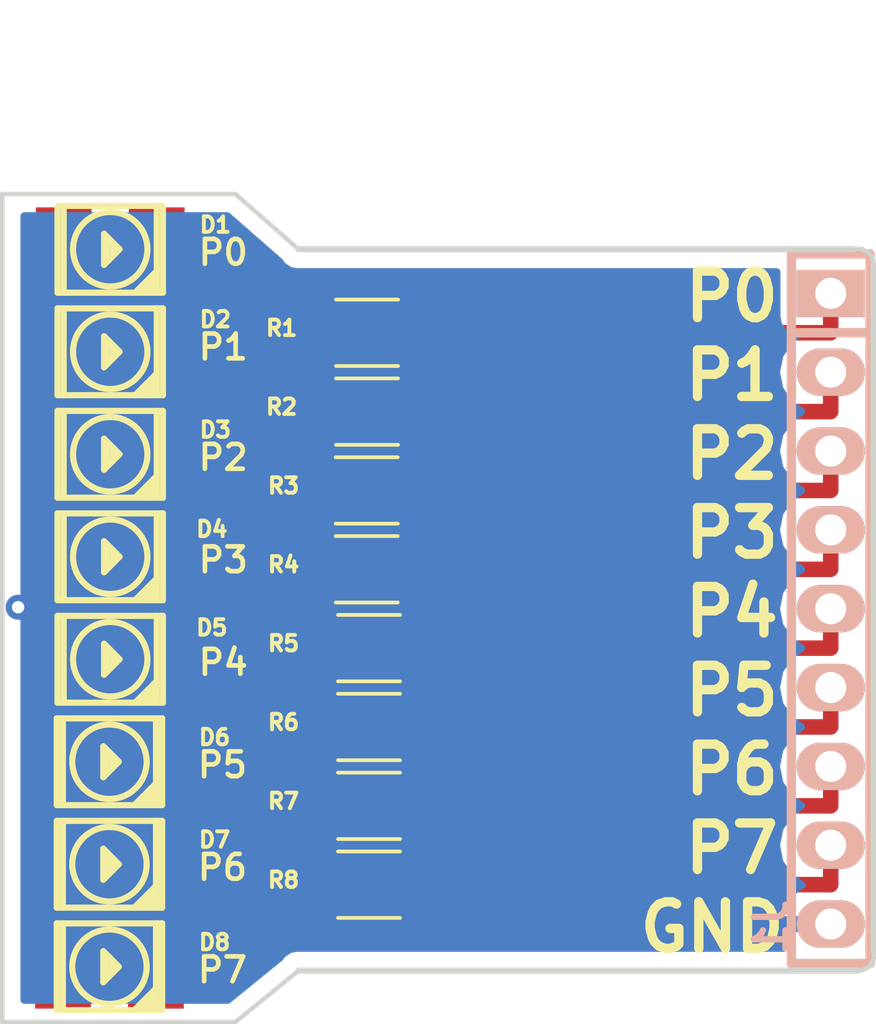
<source format=kicad_pcb>
(kicad_pcb (version 20171130) (host pcbnew "(5.0.1)-3")

  (general
    (thickness 1.6)
    (drawings 20)
    (tracks 63)
    (zones 0)
    (modules 17)
    (nets 18)
  )

  (page A4)
  (layers
    (0 F.Cu signal)
    (31 B.Cu signal)
    (32 B.Adhes user)
    (33 F.Adhes user)
    (34 B.Paste user)
    (35 F.Paste user)
    (36 B.SilkS user)
    (37 F.SilkS user)
    (38 B.Mask user)
    (39 F.Mask user)
    (40 Dwgs.User user)
    (41 Cmts.User user)
    (42 Eco1.User user)
    (43 Eco2.User user)
    (44 Edge.Cuts user)
    (45 Margin user)
    (46 B.CrtYd user)
    (47 F.CrtYd user)
    (48 B.Fab user)
    (49 F.Fab user)
  )

  (setup
    (last_trace_width 0.5)
    (trace_clearance 0.2)
    (zone_clearance 0.508)
    (zone_45_only no)
    (trace_min 0.2)
    (segment_width 0.2)
    (edge_width 0.15)
    (via_size 0.8)
    (via_drill 0.4)
    (via_min_size 0.4)
    (via_min_drill 0.3)
    (uvia_size 0.3)
    (uvia_drill 0.1)
    (uvias_allowed no)
    (uvia_min_size 0.2)
    (uvia_min_drill 0.1)
    (pcb_text_width 0.3)
    (pcb_text_size 1.5 1.5)
    (mod_edge_width 0.15)
    (mod_text_size 1 1)
    (mod_text_width 0.15)
    (pad_size 1.524 1.524)
    (pad_drill 0.762)
    (pad_to_mask_clearance 0.051)
    (solder_mask_min_width 0.25)
    (aux_axis_origin 0 0)
    (visible_elements 7FFFFFFF)
    (pcbplotparams
      (layerselection 0x010fc_ffffffff)
      (usegerberextensions false)
      (usegerberattributes false)
      (usegerberadvancedattributes false)
      (creategerberjobfile false)
      (excludeedgelayer true)
      (linewidth 0.100000)
      (plotframeref false)
      (viasonmask false)
      (mode 1)
      (useauxorigin false)
      (hpglpennumber 1)
      (hpglpenspeed 20)
      (hpglpendiameter 15.000000)
      (psnegative false)
      (psa4output false)
      (plotreference true)
      (plotvalue true)
      (plotinvisibletext false)
      (padsonsilk false)
      (subtractmaskfromsilk false)
      (outputformat 1)
      (mirror false)
      (drillshape 0)
      (scaleselection 1)
      (outputdirectory "gerber/"))
  )

  (net 0 "")
  (net 1 GND)
  (net 2 "Net-(D1-Pad2)")
  (net 3 "Net-(D2-Pad2)")
  (net 4 "Net-(D3-Pad2)")
  (net 5 "Net-(D4-Pad2)")
  (net 6 "Net-(D5-Pad2)")
  (net 7 "Net-(D6-Pad2)")
  (net 8 "Net-(D7-Pad2)")
  (net 9 "Net-(D8-Pad2)")
  (net 10 "Net-(J1-Pad1)")
  (net 11 "Net-(J1-Pad2)")
  (net 12 "Net-(J1-Pad3)")
  (net 13 "Net-(J1-Pad4)")
  (net 14 "Net-(J1-Pad5)")
  (net 15 "Net-(J1-Pad6)")
  (net 16 "Net-(J1-Pad7)")
  (net 17 "Net-(J1-Pad8)")

  (net_class Default "This is the default net class."
    (clearance 0.2)
    (trace_width 0.5)
    (via_dia 0.8)
    (via_drill 0.4)
    (uvia_dia 0.3)
    (uvia_drill 0.1)
    (add_net GND)
    (add_net "Net-(D1-Pad2)")
    (add_net "Net-(D2-Pad2)")
    (add_net "Net-(D3-Pad2)")
    (add_net "Net-(D4-Pad2)")
    (add_net "Net-(D5-Pad2)")
    (add_net "Net-(D6-Pad2)")
    (add_net "Net-(D7-Pad2)")
    (add_net "Net-(D8-Pad2)")
    (add_net "Net-(J1-Pad1)")
    (add_net "Net-(J1-Pad2)")
    (add_net "Net-(J1-Pad3)")
    (add_net "Net-(J1-Pad4)")
    (add_net "Net-(J1-Pad5)")
    (add_net "Net-(J1-Pad6)")
    (add_net "Net-(J1-Pad7)")
    (add_net "Net-(J1-Pad8)")
  )

  (module w_smd_leds:Led_PLCC2_3528 (layer F.Cu) (tedit 5D4083C9) (tstamp 5D42053E)
    (at 123.469 77.216)
    (descr "3528 PLCC2 SMD led")
    (path /5D3F8284)
    (fp_text reference D1 (at 3.389 -0.7856) (layer F.SilkS)
      (effects (font (size 0.5 0.5) (thickness 0.125)))
    )
    (fp_text value P0 (at 3.64302 0.103428) (layer F.SilkS)
      (effects (font (size 0.8001 0.8001) (thickness 0.14986)))
    )
    (fp_line (start 0.09906 0.20066) (end 0.09906 -0.20066) (layer F.SilkS) (width 0.19812))
    (fp_line (start -0.09906 0.29972) (end -0.09906 -0.29972) (layer F.SilkS) (width 0.19812))
    (fp_line (start 1.50114 1.39954) (end 1.50114 -1.39954) (layer F.SilkS) (width 0.19812))
    (fp_line (start -1.50114 -1.39954) (end -1.50114 1.39954) (layer F.SilkS) (width 0.19812))
    (fp_circle (center 0 0) (end -1.19888 0) (layer F.SilkS) (width 0.19812))
    (fp_line (start -0.19812 -0.50038) (end -0.19812 0.50038) (layer F.SilkS) (width 0.19812))
    (fp_line (start -0.19812 0.50038) (end 0.29972 0) (layer F.SilkS) (width 0.19812))
    (fp_line (start 0.29972 0) (end -0.19812 -0.50038) (layer F.SilkS) (width 0.19812))
    (fp_line (start 0.8001 1.39954) (end 1.4986 0.70104) (layer F.SilkS) (width 0.19812))
    (fp_line (start 1.19888 1.39954) (end 1.4986 1.09982) (layer F.SilkS) (width 0.19812))
    (fp_line (start 1.4986 1.19888) (end 1.30048 1.39954) (layer F.SilkS) (width 0.19812))
    (fp_line (start 0.99822 1.39954) (end 1.4986 0.89916) (layer F.SilkS) (width 0.19812))
    (fp_line (start -1.69926 -1.39954) (end -1.69926 1.39954) (layer F.SilkS) (width 0.19812))
    (fp_line (start -1.69926 1.39954) (end 1.69926 1.39954) (layer F.SilkS) (width 0.19812))
    (fp_line (start 1.69926 1.39954) (end 1.69926 -1.39954) (layer F.SilkS) (width 0.19812))
    (fp_line (start 1.69926 -1.397) (end -1.69926 -1.397) (layer F.SilkS) (width 0.19812))
    (pad 1 smd rect (at -1.4986 0) (size 1.79578 2.69748) (layers F.Cu F.Paste F.Mask)
      (net 1 GND))
    (pad 2 smd rect (at 1.4986 0) (size 1.79578 2.69748) (layers F.Cu F.Paste F.Mask)
      (net 2 "Net-(D1-Pad2)"))
    (model walter/smd_leds/led_plcc2_3528.wrl
      (at (xyz 0 0 0))
      (scale (xyz 1 1 1))
      (rotate (xyz 0 0 0))
    )
  )

  (module w_smd_leds:Led_PLCC2_3528 (layer F.Cu) (tedit 5D4083D9) (tstamp 5D4204FF)
    (at 123.469 80.518)
    (descr "3528 PLCC2 SMD led")
    (path /5D3F8260)
    (fp_text reference D2 (at 3.389 -1.0396) (layer F.SilkS)
      (effects (font (size 0.5 0.5) (thickness 0.125)))
    )
    (fp_text value P1 (at 3.64302 -0.150572) (layer F.SilkS)
      (effects (font (size 0.8001 0.8001) (thickness 0.14986)))
    )
    (fp_line (start 1.69926 -1.397) (end -1.69926 -1.397) (layer F.SilkS) (width 0.19812))
    (fp_line (start 1.69926 1.39954) (end 1.69926 -1.39954) (layer F.SilkS) (width 0.19812))
    (fp_line (start -1.69926 1.39954) (end 1.69926 1.39954) (layer F.SilkS) (width 0.19812))
    (fp_line (start -1.69926 -1.39954) (end -1.69926 1.39954) (layer F.SilkS) (width 0.19812))
    (fp_line (start 0.99822 1.39954) (end 1.4986 0.89916) (layer F.SilkS) (width 0.19812))
    (fp_line (start 1.4986 1.19888) (end 1.30048 1.39954) (layer F.SilkS) (width 0.19812))
    (fp_line (start 1.19888 1.39954) (end 1.4986 1.09982) (layer F.SilkS) (width 0.19812))
    (fp_line (start 0.8001 1.39954) (end 1.4986 0.70104) (layer F.SilkS) (width 0.19812))
    (fp_line (start 0.29972 0) (end -0.19812 -0.50038) (layer F.SilkS) (width 0.19812))
    (fp_line (start -0.19812 0.50038) (end 0.29972 0) (layer F.SilkS) (width 0.19812))
    (fp_line (start -0.19812 -0.50038) (end -0.19812 0.50038) (layer F.SilkS) (width 0.19812))
    (fp_circle (center 0 0) (end -1.19888 0) (layer F.SilkS) (width 0.19812))
    (fp_line (start -1.50114 -1.39954) (end -1.50114 1.39954) (layer F.SilkS) (width 0.19812))
    (fp_line (start 1.50114 1.39954) (end 1.50114 -1.39954) (layer F.SilkS) (width 0.19812))
    (fp_line (start -0.09906 0.29972) (end -0.09906 -0.29972) (layer F.SilkS) (width 0.19812))
    (fp_line (start 0.09906 0.20066) (end 0.09906 -0.20066) (layer F.SilkS) (width 0.19812))
    (pad 2 smd rect (at 1.4986 0) (size 1.79578 2.69748) (layers F.Cu F.Paste F.Mask)
      (net 3 "Net-(D2-Pad2)"))
    (pad 1 smd rect (at -1.4986 0) (size 1.79578 2.69748) (layers F.Cu F.Paste F.Mask)
      (net 1 GND))
    (model walter/smd_leds/led_plcc2_3528.wrl
      (at (xyz 0 0 0))
      (scale (xyz 1 1 1))
      (rotate (xyz 0 0 0))
    )
  )

  (module w_smd_leds:Led_PLCC2_3528 (layer F.Cu) (tedit 5D4083E2) (tstamp 5D4205FB)
    (at 123.469 83.82)
    (descr "3528 PLCC2 SMD led")
    (path /5D3F823A)
    (fp_text reference D3 (at 3.389 -0.7856) (layer F.SilkS)
      (effects (font (size 0.5 0.5) (thickness 0.125)))
    )
    (fp_text value P2 (at 3.64302 0.103428) (layer F.SilkS)
      (effects (font (size 0.8001 0.8001) (thickness 0.14986)))
    )
    (fp_line (start 0.09906 0.20066) (end 0.09906 -0.20066) (layer F.SilkS) (width 0.19812))
    (fp_line (start -0.09906 0.29972) (end -0.09906 -0.29972) (layer F.SilkS) (width 0.19812))
    (fp_line (start 1.50114 1.39954) (end 1.50114 -1.39954) (layer F.SilkS) (width 0.19812))
    (fp_line (start -1.50114 -1.39954) (end -1.50114 1.39954) (layer F.SilkS) (width 0.19812))
    (fp_circle (center 0 0) (end -1.19888 0) (layer F.SilkS) (width 0.19812))
    (fp_line (start -0.19812 -0.50038) (end -0.19812 0.50038) (layer F.SilkS) (width 0.19812))
    (fp_line (start -0.19812 0.50038) (end 0.29972 0) (layer F.SilkS) (width 0.19812))
    (fp_line (start 0.29972 0) (end -0.19812 -0.50038) (layer F.SilkS) (width 0.19812))
    (fp_line (start 0.8001 1.39954) (end 1.4986 0.70104) (layer F.SilkS) (width 0.19812))
    (fp_line (start 1.19888 1.39954) (end 1.4986 1.09982) (layer F.SilkS) (width 0.19812))
    (fp_line (start 1.4986 1.19888) (end 1.30048 1.39954) (layer F.SilkS) (width 0.19812))
    (fp_line (start 0.99822 1.39954) (end 1.4986 0.89916) (layer F.SilkS) (width 0.19812))
    (fp_line (start -1.69926 -1.39954) (end -1.69926 1.39954) (layer F.SilkS) (width 0.19812))
    (fp_line (start -1.69926 1.39954) (end 1.69926 1.39954) (layer F.SilkS) (width 0.19812))
    (fp_line (start 1.69926 1.39954) (end 1.69926 -1.39954) (layer F.SilkS) (width 0.19812))
    (fp_line (start 1.69926 -1.397) (end -1.69926 -1.397) (layer F.SilkS) (width 0.19812))
    (pad 1 smd rect (at -1.4986 0) (size 1.79578 2.69748) (layers F.Cu F.Paste F.Mask)
      (net 1 GND))
    (pad 2 smd rect (at 1.4986 0) (size 1.79578 2.69748) (layers F.Cu F.Paste F.Mask)
      (net 4 "Net-(D3-Pad2)"))
    (model walter/smd_leds/led_plcc2_3528.wrl
      (at (xyz 0 0 0))
      (scale (xyz 1 1 1))
      (rotate (xyz 0 0 0))
    )
  )

  (module w_smd_leds:Led_PLCC2_3528 (layer F.Cu) (tedit 5D4083EB) (tstamp 5D4204C0)
    (at 123.469 87.122)
    (descr "3528 PLCC2 SMD led")
    (path /5D3F8216)
    (fp_text reference D4 (at 3.2766 -0.889) (layer F.SilkS)
      (effects (font (size 0.5 0.5) (thickness 0.125)))
    )
    (fp_text value P3 (at 3.64302 0.103428) (layer F.SilkS)
      (effects (font (size 0.8001 0.8001) (thickness 0.14986)))
    )
    (fp_line (start 1.69926 -1.397) (end -1.69926 -1.397) (layer F.SilkS) (width 0.19812))
    (fp_line (start 1.69926 1.39954) (end 1.69926 -1.39954) (layer F.SilkS) (width 0.19812))
    (fp_line (start -1.69926 1.39954) (end 1.69926 1.39954) (layer F.SilkS) (width 0.19812))
    (fp_line (start -1.69926 -1.39954) (end -1.69926 1.39954) (layer F.SilkS) (width 0.19812))
    (fp_line (start 0.99822 1.39954) (end 1.4986 0.89916) (layer F.SilkS) (width 0.19812))
    (fp_line (start 1.4986 1.19888) (end 1.30048 1.39954) (layer F.SilkS) (width 0.19812))
    (fp_line (start 1.19888 1.39954) (end 1.4986 1.09982) (layer F.SilkS) (width 0.19812))
    (fp_line (start 0.8001 1.39954) (end 1.4986 0.70104) (layer F.SilkS) (width 0.19812))
    (fp_line (start 0.29972 0) (end -0.19812 -0.50038) (layer F.SilkS) (width 0.19812))
    (fp_line (start -0.19812 0.50038) (end 0.29972 0) (layer F.SilkS) (width 0.19812))
    (fp_line (start -0.19812 -0.50038) (end -0.19812 0.50038) (layer F.SilkS) (width 0.19812))
    (fp_circle (center 0 0) (end -1.19888 0) (layer F.SilkS) (width 0.19812))
    (fp_line (start -1.50114 -1.39954) (end -1.50114 1.39954) (layer F.SilkS) (width 0.19812))
    (fp_line (start 1.50114 1.39954) (end 1.50114 -1.39954) (layer F.SilkS) (width 0.19812))
    (fp_line (start -0.09906 0.29972) (end -0.09906 -0.29972) (layer F.SilkS) (width 0.19812))
    (fp_line (start 0.09906 0.20066) (end 0.09906 -0.20066) (layer F.SilkS) (width 0.19812))
    (pad 2 smd rect (at 1.4986 0) (size 1.79578 2.69748) (layers F.Cu F.Paste F.Mask)
      (net 5 "Net-(D4-Pad2)"))
    (pad 1 smd rect (at -1.4986 0) (size 1.79578 2.69748) (layers F.Cu F.Paste F.Mask)
      (net 1 GND))
    (model walter/smd_leds/led_plcc2_3528.wrl
      (at (xyz 0 0 0))
      (scale (xyz 1 1 1))
      (rotate (xyz 0 0 0))
    )
  )

  (module w_smd_leds:Led_PLCC2_3528 (layer F.Cu) (tedit 5D4083F4) (tstamp 5D42057D)
    (at 123.469 90.424)
    (descr "3528 PLCC2 SMD led")
    (path /5D3F81F0)
    (fp_text reference D5 (at 3.2766 -1.016) (layer F.SilkS)
      (effects (font (size 0.5 0.5) (thickness 0.125)))
    )
    (fp_text value P4 (at 3.64302 0.103428) (layer F.SilkS)
      (effects (font (size 0.8001 0.8001) (thickness 0.14986)))
    )
    (fp_line (start 0.09906 0.20066) (end 0.09906 -0.20066) (layer F.SilkS) (width 0.19812))
    (fp_line (start -0.09906 0.29972) (end -0.09906 -0.29972) (layer F.SilkS) (width 0.19812))
    (fp_line (start 1.50114 1.39954) (end 1.50114 -1.39954) (layer F.SilkS) (width 0.19812))
    (fp_line (start -1.50114 -1.39954) (end -1.50114 1.39954) (layer F.SilkS) (width 0.19812))
    (fp_circle (center 0 0) (end -1.19888 0) (layer F.SilkS) (width 0.19812))
    (fp_line (start -0.19812 -0.50038) (end -0.19812 0.50038) (layer F.SilkS) (width 0.19812))
    (fp_line (start -0.19812 0.50038) (end 0.29972 0) (layer F.SilkS) (width 0.19812))
    (fp_line (start 0.29972 0) (end -0.19812 -0.50038) (layer F.SilkS) (width 0.19812))
    (fp_line (start 0.8001 1.39954) (end 1.4986 0.70104) (layer F.SilkS) (width 0.19812))
    (fp_line (start 1.19888 1.39954) (end 1.4986 1.09982) (layer F.SilkS) (width 0.19812))
    (fp_line (start 1.4986 1.19888) (end 1.30048 1.39954) (layer F.SilkS) (width 0.19812))
    (fp_line (start 0.99822 1.39954) (end 1.4986 0.89916) (layer F.SilkS) (width 0.19812))
    (fp_line (start -1.69926 -1.39954) (end -1.69926 1.39954) (layer F.SilkS) (width 0.19812))
    (fp_line (start -1.69926 1.39954) (end 1.69926 1.39954) (layer F.SilkS) (width 0.19812))
    (fp_line (start 1.69926 1.39954) (end 1.69926 -1.39954) (layer F.SilkS) (width 0.19812))
    (fp_line (start 1.69926 -1.397) (end -1.69926 -1.397) (layer F.SilkS) (width 0.19812))
    (pad 1 smd rect (at -1.4986 0) (size 1.79578 2.69748) (layers F.Cu F.Paste F.Mask)
      (net 1 GND))
    (pad 2 smd rect (at 1.4986 0) (size 1.79578 2.69748) (layers F.Cu F.Paste F.Mask)
      (net 6 "Net-(D5-Pad2)"))
    (model walter/smd_leds/led_plcc2_3528.wrl
      (at (xyz 0 0 0))
      (scale (xyz 1 1 1))
      (rotate (xyz 0 0 0))
    )
  )

  (module w_smd_leds:Led_PLCC2_3528 (layer F.Cu) (tedit 5D4083FC) (tstamp 5D4205BC)
    (at 123.444 93.726)
    (descr "3528 PLCC2 SMD led")
    (path /5D3F81D2)
    (fp_text reference D6 (at 3.389 -0.7856) (layer F.SilkS)
      (effects (font (size 0.5 0.5) (thickness 0.125)))
    )
    (fp_text value P5 (at 3.64302 0.103428) (layer F.SilkS)
      (effects (font (size 0.8001 0.8001) (thickness 0.14986)))
    )
    (fp_line (start 1.69926 -1.397) (end -1.69926 -1.397) (layer F.SilkS) (width 0.19812))
    (fp_line (start 1.69926 1.39954) (end 1.69926 -1.39954) (layer F.SilkS) (width 0.19812))
    (fp_line (start -1.69926 1.39954) (end 1.69926 1.39954) (layer F.SilkS) (width 0.19812))
    (fp_line (start -1.69926 -1.39954) (end -1.69926 1.39954) (layer F.SilkS) (width 0.19812))
    (fp_line (start 0.99822 1.39954) (end 1.4986 0.89916) (layer F.SilkS) (width 0.19812))
    (fp_line (start 1.4986 1.19888) (end 1.30048 1.39954) (layer F.SilkS) (width 0.19812))
    (fp_line (start 1.19888 1.39954) (end 1.4986 1.09982) (layer F.SilkS) (width 0.19812))
    (fp_line (start 0.8001 1.39954) (end 1.4986 0.70104) (layer F.SilkS) (width 0.19812))
    (fp_line (start 0.29972 0) (end -0.19812 -0.50038) (layer F.SilkS) (width 0.19812))
    (fp_line (start -0.19812 0.50038) (end 0.29972 0) (layer F.SilkS) (width 0.19812))
    (fp_line (start -0.19812 -0.50038) (end -0.19812 0.50038) (layer F.SilkS) (width 0.19812))
    (fp_circle (center 0 0) (end -1.19888 0) (layer F.SilkS) (width 0.19812))
    (fp_line (start -1.50114 -1.39954) (end -1.50114 1.39954) (layer F.SilkS) (width 0.19812))
    (fp_line (start 1.50114 1.39954) (end 1.50114 -1.39954) (layer F.SilkS) (width 0.19812))
    (fp_line (start -0.09906 0.29972) (end -0.09906 -0.29972) (layer F.SilkS) (width 0.19812))
    (fp_line (start 0.09906 0.20066) (end 0.09906 -0.20066) (layer F.SilkS) (width 0.19812))
    (pad 2 smd rect (at 1.4986 0) (size 1.79578 2.69748) (layers F.Cu F.Paste F.Mask)
      (net 7 "Net-(D6-Pad2)"))
    (pad 1 smd rect (at -1.4986 0) (size 1.79578 2.69748) (layers F.Cu F.Paste F.Mask)
      (net 1 GND))
    (model walter/smd_leds/led_plcc2_3528.wrl
      (at (xyz 0 0 0))
      (scale (xyz 1 1 1))
      (rotate (xyz 0 0 0))
    )
  )

  (module w_smd_leds:Led_PLCC2_3528 (layer F.Cu) (tedit 5D408406) (tstamp 5D420481)
    (at 123.444 97.028)
    (descr "3528 PLCC2 SMD led")
    (path /5D3F81AE)
    (fp_text reference D7 (at 3.389 -0.786) (layer F.SilkS)
      (effects (font (size 0.5 0.5) (thickness 0.125)))
    )
    (fp_text value P6 (at 3.64302 0.103428) (layer F.SilkS)
      (effects (font (size 0.8001 0.8001) (thickness 0.14986)))
    )
    (fp_line (start 0.09906 0.20066) (end 0.09906 -0.20066) (layer F.SilkS) (width 0.19812))
    (fp_line (start -0.09906 0.29972) (end -0.09906 -0.29972) (layer F.SilkS) (width 0.19812))
    (fp_line (start 1.50114 1.39954) (end 1.50114 -1.39954) (layer F.SilkS) (width 0.19812))
    (fp_line (start -1.50114 -1.39954) (end -1.50114 1.39954) (layer F.SilkS) (width 0.19812))
    (fp_circle (center 0 0) (end -1.19888 0) (layer F.SilkS) (width 0.19812))
    (fp_line (start -0.19812 -0.50038) (end -0.19812 0.50038) (layer F.SilkS) (width 0.19812))
    (fp_line (start -0.19812 0.50038) (end 0.29972 0) (layer F.SilkS) (width 0.19812))
    (fp_line (start 0.29972 0) (end -0.19812 -0.50038) (layer F.SilkS) (width 0.19812))
    (fp_line (start 0.8001 1.39954) (end 1.4986 0.70104) (layer F.SilkS) (width 0.19812))
    (fp_line (start 1.19888 1.39954) (end 1.4986 1.09982) (layer F.SilkS) (width 0.19812))
    (fp_line (start 1.4986 1.19888) (end 1.30048 1.39954) (layer F.SilkS) (width 0.19812))
    (fp_line (start 0.99822 1.39954) (end 1.4986 0.89916) (layer F.SilkS) (width 0.19812))
    (fp_line (start -1.69926 -1.39954) (end -1.69926 1.39954) (layer F.SilkS) (width 0.19812))
    (fp_line (start -1.69926 1.39954) (end 1.69926 1.39954) (layer F.SilkS) (width 0.19812))
    (fp_line (start 1.69926 1.39954) (end 1.69926 -1.39954) (layer F.SilkS) (width 0.19812))
    (fp_line (start 1.69926 -1.397) (end -1.69926 -1.397) (layer F.SilkS) (width 0.19812))
    (pad 1 smd rect (at -1.4986 0) (size 1.79578 2.69748) (layers F.Cu F.Paste F.Mask)
      (net 1 GND))
    (pad 2 smd rect (at 1.4986 0) (size 1.79578 2.69748) (layers F.Cu F.Paste F.Mask)
      (net 8 "Net-(D7-Pad2)"))
    (model walter/smd_leds/led_plcc2_3528.wrl
      (at (xyz 0 0 0))
      (scale (xyz 1 1 1))
      (rotate (xyz 0 0 0))
    )
  )

  (module w_smd_leds:Led_PLCC2_3528 (layer F.Cu) (tedit 5D408410) (tstamp 5D420442)
    (at 123.444 100.33)
    (descr "3528 PLCC2 SMD led")
    (path /5D3F7E0F)
    (fp_text reference D8 (at 3.389 -0.786) (layer F.SilkS)
      (effects (font (size 0.5 0.5) (thickness 0.125)))
    )
    (fp_text value P7 (at 3.64302 0.103428) (layer F.SilkS)
      (effects (font (size 0.8001 0.8001) (thickness 0.14986)))
    )
    (fp_line (start 1.69926 -1.397) (end -1.69926 -1.397) (layer F.SilkS) (width 0.19812))
    (fp_line (start 1.69926 1.39954) (end 1.69926 -1.39954) (layer F.SilkS) (width 0.19812))
    (fp_line (start -1.69926 1.39954) (end 1.69926 1.39954) (layer F.SilkS) (width 0.19812))
    (fp_line (start -1.69926 -1.39954) (end -1.69926 1.39954) (layer F.SilkS) (width 0.19812))
    (fp_line (start 0.99822 1.39954) (end 1.4986 0.89916) (layer F.SilkS) (width 0.19812))
    (fp_line (start 1.4986 1.19888) (end 1.30048 1.39954) (layer F.SilkS) (width 0.19812))
    (fp_line (start 1.19888 1.39954) (end 1.4986 1.09982) (layer F.SilkS) (width 0.19812))
    (fp_line (start 0.8001 1.39954) (end 1.4986 0.70104) (layer F.SilkS) (width 0.19812))
    (fp_line (start 0.29972 0) (end -0.19812 -0.50038) (layer F.SilkS) (width 0.19812))
    (fp_line (start -0.19812 0.50038) (end 0.29972 0) (layer F.SilkS) (width 0.19812))
    (fp_line (start -0.19812 -0.50038) (end -0.19812 0.50038) (layer F.SilkS) (width 0.19812))
    (fp_circle (center 0 0) (end -1.19888 0) (layer F.SilkS) (width 0.19812))
    (fp_line (start -1.50114 -1.39954) (end -1.50114 1.39954) (layer F.SilkS) (width 0.19812))
    (fp_line (start 1.50114 1.39954) (end 1.50114 -1.39954) (layer F.SilkS) (width 0.19812))
    (fp_line (start -0.09906 0.29972) (end -0.09906 -0.29972) (layer F.SilkS) (width 0.19812))
    (fp_line (start 0.09906 0.20066) (end 0.09906 -0.20066) (layer F.SilkS) (width 0.19812))
    (pad 2 smd rect (at 1.4986 0) (size 1.79578 2.69748) (layers F.Cu F.Paste F.Mask)
      (net 9 "Net-(D8-Pad2)"))
    (pad 1 smd rect (at -1.4986 0) (size 1.79578 2.69748) (layers F.Cu F.Paste F.Mask)
      (net 1 GND))
    (model walter/smd_leds/led_plcc2_3528.wrl
      (at (xyz 0 0 0))
      (scale (xyz 1 1 1))
      (rotate (xyz 0 0 0))
    )
  )

  (module w_pin_strip:pin_strip_9 (layer B.Cu) (tedit 0) (tstamp 5D417E0B)
    (at 146.7 88.7966 270)
    (descr "Pin strip 9pin")
    (tags "CONN DEV")
    (path /5D3F95D1)
    (fp_text reference J1 (at 10.2634 1.92 270) (layer B.SilkS)
      (effects (font (size 1.016 1.016) (thickness 0.2032)) (justify mirror))
    )
    (fp_text value Conn_01x09_Female (at 0.254 3.556 270) (layer B.SilkS) hide
      (effects (font (size 1.016 0.889) (thickness 0.2032)) (justify mirror))
    )
    (fp_line (start -8.89 1.27) (end -8.89 -1.27) (layer B.SilkS) (width 0.3048))
    (fp_line (start -11.43 1.27) (end 11.43 1.27) (layer B.SilkS) (width 0.3048))
    (fp_line (start 11.43 1.27) (end 11.43 -1.27) (layer B.SilkS) (width 0.3048))
    (fp_line (start 11.43 -1.27) (end -11.43 -1.27) (layer B.SilkS) (width 0.3048))
    (fp_line (start -11.43 -1.27) (end -11.43 1.27) (layer B.SilkS) (width 0.3048))
    (pad 1 thru_hole rect (at -10.16 0 270) (size 1.524 2.19964) (drill 1.00076) (layers *.Cu *.Mask B.SilkS)
      (net 10 "Net-(J1-Pad1)"))
    (pad 2 thru_hole oval (at -7.62 0 270) (size 1.524 2.19964) (drill 1.00076) (layers *.Cu *.Mask B.SilkS)
      (net 11 "Net-(J1-Pad2)"))
    (pad 3 thru_hole oval (at -5.08 0 270) (size 1.524 2.19964) (drill 1.00076) (layers *.Cu *.Mask B.SilkS)
      (net 12 "Net-(J1-Pad3)"))
    (pad 4 thru_hole oval (at -2.54 0 270) (size 1.524 2.19964) (drill 1.00076) (layers *.Cu *.Mask B.SilkS)
      (net 13 "Net-(J1-Pad4)"))
    (pad 5 thru_hole oval (at 0 0 270) (size 1.524 2.19964) (drill 1.00076) (layers *.Cu *.Mask B.SilkS)
      (net 14 "Net-(J1-Pad5)"))
    (pad 6 thru_hole oval (at 2.54 0 270) (size 1.524 2.19964) (drill 1.00076) (layers *.Cu *.Mask B.SilkS)
      (net 15 "Net-(J1-Pad6)"))
    (pad 7 thru_hole oval (at 5.08 0 270) (size 1.524 2.19964) (drill 1.00076) (layers *.Cu *.Mask B.SilkS)
      (net 16 "Net-(J1-Pad7)"))
    (pad 8 thru_hole oval (at 7.62 0 270) (size 1.524 2.19964) (drill 1.00076) (layers *.Cu *.Mask B.SilkS)
      (net 17 "Net-(J1-Pad8)"))
    (pad 9 thru_hole oval (at 10.16 0 270) (size 1.524 2.19964) (drill 1.00076) (layers *.Cu *.Mask B.SilkS)
      (net 1 GND))
    (model walter/pin_strip/pin_strip_9.wrl
      (at (xyz 0 0 0))
      (scale (xyz 1 1 1))
      (rotate (xyz 0 0 0))
    )
  )

  (module Resistors_SMD:R_1206 (layer F.Cu) (tedit 5D407420) (tstamp 5D42A9E7)
    (at 131.75 79.9066 180)
    (descr "Resistor SMD 1206, reflow soldering, Vishay (see dcrcw.pdf)")
    (tags "resistor 1206")
    (path /5D3F82F5)
    (attr smd)
    (fp_text reference R1 (at 2.75598 0.150572 180) (layer F.SilkS)
      (effects (font (size 0.5 0.5) (thickness 0.125)))
    )
    (fp_text value 220 (at 0 -0.103428 180) (layer F.Fab)
      (effects (font (size 0.5 0.5) (thickness 0.125)))
    )
    (fp_text user %R (at 2.75598 0.150572 180) (layer F.Fab)
      (effects (font (size 0.5 0.5) (thickness 0.105)))
    )
    (fp_line (start -1.6 0.8) (end -1.6 -0.8) (layer F.Fab) (width 0.1))
    (fp_line (start 1.6 0.8) (end -1.6 0.8) (layer F.Fab) (width 0.1))
    (fp_line (start 1.6 -0.8) (end 1.6 0.8) (layer F.Fab) (width 0.1))
    (fp_line (start -1.6 -0.8) (end 1.6 -0.8) (layer F.Fab) (width 0.1))
    (fp_line (start 1 1.07) (end -1 1.07) (layer F.SilkS) (width 0.12))
    (fp_line (start -1 -1.07) (end 1 -1.07) (layer F.SilkS) (width 0.12))
    (fp_line (start -2.15 -1.11) (end 2.15 -1.11) (layer F.CrtYd) (width 0.05))
    (fp_line (start -2.15 -1.11) (end -2.15 1.1) (layer F.CrtYd) (width 0.05))
    (fp_line (start 2.15 1.1) (end 2.15 -1.11) (layer F.CrtYd) (width 0.05))
    (fp_line (start 2.15 1.1) (end -2.15 1.1) (layer F.CrtYd) (width 0.05))
    (pad 1 smd rect (at -1.45 0 180) (size 0.9 1.7) (layers F.Cu F.Paste F.Mask)
      (net 10 "Net-(J1-Pad1)"))
    (pad 2 smd rect (at 1.45 0 180) (size 0.9 1.7) (layers F.Cu F.Paste F.Mask)
      (net 2 "Net-(D1-Pad2)"))
    (model ${KISYS3DMOD}/Resistors_SMD.3dshapes/R_1206.wrl
      (at (xyz 0 0 0))
      (scale (xyz 1 1 1))
      (rotate (xyz 0 0 0))
    )
  )

  (module Resistors_SMD:R_1206 (layer F.Cu) (tedit 5D40767B) (tstamp 5D42A975)
    (at 131.75 82.4466 180)
    (descr "Resistor SMD 1206, reflow soldering, Vishay (see dcrcw.pdf)")
    (tags "resistor 1206")
    (path /5D3F85B5)
    (attr smd)
    (fp_text reference R2 (at 2.75598 0.150572 180) (layer F.SilkS)
      (effects (font (size 0.5 0.5) (thickness 0.125)))
    )
    (fp_text value 220 (at 0 -0.103428 180) (layer F.Fab)
      (effects (font (size 0.5 0.5) (thickness 0.125)))
    )
    (fp_line (start 2.15 1.1) (end -2.15 1.1) (layer F.CrtYd) (width 0.05))
    (fp_line (start 2.15 1.1) (end 2.15 -1.11) (layer F.CrtYd) (width 0.05))
    (fp_line (start -2.15 -1.11) (end -2.15 1.1) (layer F.CrtYd) (width 0.05))
    (fp_line (start -2.15 -1.11) (end 2.15 -1.11) (layer F.CrtYd) (width 0.05))
    (fp_line (start -1 -1.07) (end 1 -1.07) (layer F.SilkS) (width 0.12))
    (fp_line (start 1 1.07) (end -1 1.07) (layer F.SilkS) (width 0.12))
    (fp_line (start -1.6 -0.8) (end 1.6 -0.8) (layer F.Fab) (width 0.1))
    (fp_line (start 1.6 -0.8) (end 1.6 0.8) (layer F.Fab) (width 0.1))
    (fp_line (start 1.6 0.8) (end -1.6 0.8) (layer F.Fab) (width 0.1))
    (fp_line (start -1.6 0.8) (end -1.6 -0.8) (layer F.Fab) (width 0.1))
    (fp_text user %R (at 2.75598 0.150572 180) (layer F.Fab)
      (effects (font (size 0.5 0.5) (thickness 0.105)))
    )
    (pad 2 smd rect (at 1.45 0 180) (size 0.9 1.7) (layers F.Cu F.Paste F.Mask)
      (net 3 "Net-(D2-Pad2)"))
    (pad 1 smd rect (at -1.45 0 180) (size 0.9 1.7) (layers F.Cu F.Paste F.Mask)
      (net 11 "Net-(J1-Pad2)"))
    (model ${KISYS3DMOD}/Resistors_SMD.3dshapes/R_1206.wrl
      (at (xyz 0 0 0))
      (scale (xyz 1 1 1))
      (rotate (xyz 0 0 0))
    )
  )

  (module Resistors_SMD:R_1206 (layer F.Cu) (tedit 5D40766E) (tstamp 5D42964E)
    (at 131.739 84.9866 180)
    (descr "Resistor SMD 1206, reflow soldering, Vishay (see dcrcw.pdf)")
    (tags "resistor 1206")
    (path /5D3F8697)
    (attr smd)
    (fp_text reference R3 (at 2.68198 0.150572 180) (layer F.SilkS)
      (effects (font (size 0.5 0.5) (thickness 0.125)))
    )
    (fp_text value 220 (at 0 -0.103428 180) (layer F.Fab)
      (effects (font (size 0.5 0.5) (thickness 0.125)))
    )
    (fp_text user %R (at 2.68198 0.150572 180) (layer F.Fab)
      (effects (font (size 0.5 0.5) (thickness 0.105)))
    )
    (fp_line (start -1.6 0.8) (end -1.6 -0.8) (layer F.Fab) (width 0.1))
    (fp_line (start 1.6 0.8) (end -1.6 0.8) (layer F.Fab) (width 0.1))
    (fp_line (start 1.6 -0.8) (end 1.6 0.8) (layer F.Fab) (width 0.1))
    (fp_line (start -1.6 -0.8) (end 1.6 -0.8) (layer F.Fab) (width 0.1))
    (fp_line (start 1 1.07) (end -1 1.07) (layer F.SilkS) (width 0.12))
    (fp_line (start -1 -1.07) (end 1 -1.07) (layer F.SilkS) (width 0.12))
    (fp_line (start -2.15 -1.11) (end 2.15 -1.11) (layer F.CrtYd) (width 0.05))
    (fp_line (start -2.15 -1.11) (end -2.15 1.1) (layer F.CrtYd) (width 0.05))
    (fp_line (start 2.15 1.1) (end 2.15 -1.11) (layer F.CrtYd) (width 0.05))
    (fp_line (start 2.15 1.1) (end -2.15 1.1) (layer F.CrtYd) (width 0.05))
    (pad 1 smd rect (at -1.45 0 180) (size 0.9 1.7) (layers F.Cu F.Paste F.Mask)
      (net 12 "Net-(J1-Pad3)"))
    (pad 2 smd rect (at 1.45 0 180) (size 0.9 1.7) (layers F.Cu F.Paste F.Mask)
      (net 4 "Net-(D3-Pad2)"))
    (model ${KISYS3DMOD}/Resistors_SMD.3dshapes/R_1206.wrl
      (at (xyz 0 0 0))
      (scale (xyz 1 1 1))
      (rotate (xyz 0 0 0))
    )
  )

  (module Resistors_SMD:R_1206 (layer F.Cu) (tedit 5D407637) (tstamp 5D42965E)
    (at 131.739 87.5266 180)
    (descr "Resistor SMD 1206, reflow soldering, Vishay (see dcrcw.pdf)")
    (tags "resistor 1206")
    (path /5D3F86CD)
    (attr smd)
    (fp_text reference R4 (at 2.68198 0.150572 180) (layer F.SilkS)
      (effects (font (size 0.5 0.5) (thickness 0.125)))
    )
    (fp_text value 220 (at 0 -0.103428 180) (layer F.Fab)
      (effects (font (size 0.5 0.5) (thickness 0.125)))
    )
    (fp_line (start 2.15 1.1) (end -2.15 1.1) (layer F.CrtYd) (width 0.05))
    (fp_line (start 2.15 1.1) (end 2.15 -1.11) (layer F.CrtYd) (width 0.05))
    (fp_line (start -2.15 -1.11) (end -2.15 1.1) (layer F.CrtYd) (width 0.05))
    (fp_line (start -2.15 -1.11) (end 2.15 -1.11) (layer F.CrtYd) (width 0.05))
    (fp_line (start -1 -1.07) (end 1 -1.07) (layer F.SilkS) (width 0.12))
    (fp_line (start 1 1.07) (end -1 1.07) (layer F.SilkS) (width 0.12))
    (fp_line (start -1.6 -0.8) (end 1.6 -0.8) (layer F.Fab) (width 0.1))
    (fp_line (start 1.6 -0.8) (end 1.6 0.8) (layer F.Fab) (width 0.1))
    (fp_line (start 1.6 0.8) (end -1.6 0.8) (layer F.Fab) (width 0.1))
    (fp_line (start -1.6 0.8) (end -1.6 -0.8) (layer F.Fab) (width 0.1))
    (fp_text user %R (at 2.68198 0.150572 180) (layer F.Fab)
      (effects (font (size 0.5 0.5) (thickness 0.105)))
    )
    (pad 2 smd rect (at 1.45 0 180) (size 0.9 1.7) (layers F.Cu F.Paste F.Mask)
      (net 5 "Net-(D4-Pad2)"))
    (pad 1 smd rect (at -1.45 0 180) (size 0.9 1.7) (layers F.Cu F.Paste F.Mask)
      (net 13 "Net-(J1-Pad4)"))
    (model ${KISYS3DMOD}/Resistors_SMD.3dshapes/R_1206.wrl
      (at (xyz 0 0 0))
      (scale (xyz 1 1 1))
      (rotate (xyz 0 0 0))
    )
  )

  (module Resistors_SMD:R_1206 (layer F.Cu) (tedit 5D40761E) (tstamp 5D42966E)
    (at 131.813 90.0666 180)
    (descr "Resistor SMD 1206, reflow soldering, Vishay (see dcrcw.pdf)")
    (tags "resistor 1206")
    (path /5D3F8705)
    (attr smd)
    (fp_text reference R5 (at 2.75598 0.150572 180) (layer F.SilkS)
      (effects (font (size 0.5 0.5) (thickness 0.125)))
    )
    (fp_text value 220 (at 0 -0.103428 180) (layer F.Fab)
      (effects (font (size 0.5 0.5) (thickness 0.125)))
    )
    (fp_text user %R (at 2.75598 0.150572 180) (layer F.Fab)
      (effects (font (size 0.5 0.5) (thickness 0.105)))
    )
    (fp_line (start -1.6 0.8) (end -1.6 -0.8) (layer F.Fab) (width 0.1))
    (fp_line (start 1.6 0.8) (end -1.6 0.8) (layer F.Fab) (width 0.1))
    (fp_line (start 1.6 -0.8) (end 1.6 0.8) (layer F.Fab) (width 0.1))
    (fp_line (start -1.6 -0.8) (end 1.6 -0.8) (layer F.Fab) (width 0.1))
    (fp_line (start 1 1.07) (end -1 1.07) (layer F.SilkS) (width 0.12))
    (fp_line (start -1 -1.07) (end 1 -1.07) (layer F.SilkS) (width 0.12))
    (fp_line (start -2.15 -1.11) (end 2.15 -1.11) (layer F.CrtYd) (width 0.05))
    (fp_line (start -2.15 -1.11) (end -2.15 1.1) (layer F.CrtYd) (width 0.05))
    (fp_line (start 2.15 1.1) (end 2.15 -1.11) (layer F.CrtYd) (width 0.05))
    (fp_line (start 2.15 1.1) (end -2.15 1.1) (layer F.CrtYd) (width 0.05))
    (pad 1 smd rect (at -1.45 0 180) (size 0.9 1.7) (layers F.Cu F.Paste F.Mask)
      (net 14 "Net-(J1-Pad5)"))
    (pad 2 smd rect (at 1.45 0 180) (size 0.9 1.7) (layers F.Cu F.Paste F.Mask)
      (net 6 "Net-(D5-Pad2)"))
    (model ${KISYS3DMOD}/Resistors_SMD.3dshapes/R_1206.wrl
      (at (xyz 0 0 0))
      (scale (xyz 1 1 1))
      (rotate (xyz 0 0 0))
    )
  )

  (module Resistors_SMD:R_1206 (layer F.Cu) (tedit 5D40760E) (tstamp 5D42967E)
    (at 131.813 92.6066 180)
    (descr "Resistor SMD 1206, reflow soldering, Vishay (see dcrcw.pdf)")
    (tags "resistor 1206")
    (path /5D3F8747)
    (attr smd)
    (fp_text reference R6 (at 2.75598 0.150572 180) (layer F.SilkS)
      (effects (font (size 0.5 0.5) (thickness 0.125)))
    )
    (fp_text value 220 (at -0.03802 -0.103428 180) (layer F.Fab)
      (effects (font (size 0.5 0.5) (thickness 0.125)))
    )
    (fp_line (start 2.15 1.1) (end -2.15 1.1) (layer F.CrtYd) (width 0.05))
    (fp_line (start 2.15 1.1) (end 2.15 -1.11) (layer F.CrtYd) (width 0.05))
    (fp_line (start -2.15 -1.11) (end -2.15 1.1) (layer F.CrtYd) (width 0.05))
    (fp_line (start -2.15 -1.11) (end 2.15 -1.11) (layer F.CrtYd) (width 0.05))
    (fp_line (start -1 -1.07) (end 1 -1.07) (layer F.SilkS) (width 0.12))
    (fp_line (start 1 1.07) (end -1 1.07) (layer F.SilkS) (width 0.12))
    (fp_line (start -1.6 -0.8) (end 1.6 -0.8) (layer F.Fab) (width 0.1))
    (fp_line (start 1.6 -0.8) (end 1.6 0.8) (layer F.Fab) (width 0.1))
    (fp_line (start 1.6 0.8) (end -1.6 0.8) (layer F.Fab) (width 0.1))
    (fp_line (start -1.6 0.8) (end -1.6 -0.8) (layer F.Fab) (width 0.1))
    (fp_text user %R (at 2.75598 0.150572 180) (layer F.Fab)
      (effects (font (size 0.5 0.5) (thickness 0.105)))
    )
    (pad 2 smd rect (at 1.45 0 180) (size 0.9 1.7) (layers F.Cu F.Paste F.Mask)
      (net 7 "Net-(D6-Pad2)"))
    (pad 1 smd rect (at -1.45 0 180) (size 0.9 1.7) (layers F.Cu F.Paste F.Mask)
      (net 15 "Net-(J1-Pad6)"))
    (model ${KISYS3DMOD}/Resistors_SMD.3dshapes/R_1206.wrl
      (at (xyz 0 0 0))
      (scale (xyz 1 1 1))
      (rotate (xyz 0 0 0))
    )
  )

  (module Resistors_SMD:R_1206 (layer F.Cu) (tedit 5D407600) (tstamp 5D42968E)
    (at 131.813 95.1466 180)
    (descr "Resistor SMD 1206, reflow soldering, Vishay (see dcrcw.pdf)")
    (tags "resistor 1206")
    (path /5D3F87EF)
    (attr smd)
    (fp_text reference R7 (at 2.75598 0.150572 180) (layer F.SilkS)
      (effects (font (size 0.5 0.5) (thickness 0.125)))
    )
    (fp_text value 220 (at -0.03802 -0.103428 180) (layer F.Fab)
      (effects (font (size 0.5 0.5) (thickness 0.125)))
    )
    (fp_text user %R (at 2.75598 0.150572 180) (layer F.Fab)
      (effects (font (size 0.5 0.5) (thickness 0.105)))
    )
    (fp_line (start -1.6 0.8) (end -1.6 -0.8) (layer F.Fab) (width 0.1))
    (fp_line (start 1.6 0.8) (end -1.6 0.8) (layer F.Fab) (width 0.1))
    (fp_line (start 1.6 -0.8) (end 1.6 0.8) (layer F.Fab) (width 0.1))
    (fp_line (start -1.6 -0.8) (end 1.6 -0.8) (layer F.Fab) (width 0.1))
    (fp_line (start 1 1.07) (end -1 1.07) (layer F.SilkS) (width 0.12))
    (fp_line (start -1 -1.07) (end 1 -1.07) (layer F.SilkS) (width 0.12))
    (fp_line (start -2.15 -1.11) (end 2.15 -1.11) (layer F.CrtYd) (width 0.05))
    (fp_line (start -2.15 -1.11) (end -2.15 1.1) (layer F.CrtYd) (width 0.05))
    (fp_line (start 2.15 1.1) (end 2.15 -1.11) (layer F.CrtYd) (width 0.05))
    (fp_line (start 2.15 1.1) (end -2.15 1.1) (layer F.CrtYd) (width 0.05))
    (pad 1 smd rect (at -1.45 0 180) (size 0.9 1.7) (layers F.Cu F.Paste F.Mask)
      (net 16 "Net-(J1-Pad7)"))
    (pad 2 smd rect (at 1.45 0 180) (size 0.9 1.7) (layers F.Cu F.Paste F.Mask)
      (net 8 "Net-(D7-Pad2)"))
    (model ${KISYS3DMOD}/Resistors_SMD.3dshapes/R_1206.wrl
      (at (xyz 0 0 0))
      (scale (xyz 1 1 1))
      (rotate (xyz 0 0 0))
    )
  )

  (module Resistors_SMD:R_1206 (layer F.Cu) (tedit 5D4075F1) (tstamp 5D42969E)
    (at 131.813 97.6866 180)
    (descr "Resistor SMD 1206, reflow soldering, Vishay (see dcrcw.pdf)")
    (tags "resistor 1206")
    (path /5D3F8841)
    (attr smd)
    (fp_text reference R8 (at 2.75598 0.150572 180) (layer F.SilkS)
      (effects (font (size 0.5 0.5) (thickness 0.125)))
    )
    (fp_text value 220 (at 0 -0.103428 180) (layer F.Fab)
      (effects (font (size 0.5 0.5) (thickness 0.125)))
    )
    (fp_line (start 2.15 1.1) (end -2.15 1.1) (layer F.CrtYd) (width 0.05))
    (fp_line (start 2.15 1.1) (end 2.15 -1.11) (layer F.CrtYd) (width 0.05))
    (fp_line (start -2.15 -1.11) (end -2.15 1.1) (layer F.CrtYd) (width 0.05))
    (fp_line (start -2.15 -1.11) (end 2.15 -1.11) (layer F.CrtYd) (width 0.05))
    (fp_line (start -1 -1.07) (end 1 -1.07) (layer F.SilkS) (width 0.12))
    (fp_line (start 1 1.07) (end -1 1.07) (layer F.SilkS) (width 0.12))
    (fp_line (start -1.6 -0.8) (end 1.6 -0.8) (layer F.Fab) (width 0.1))
    (fp_line (start 1.6 -0.8) (end 1.6 0.8) (layer F.Fab) (width 0.1))
    (fp_line (start 1.6 0.8) (end -1.6 0.8) (layer F.Fab) (width 0.1))
    (fp_line (start -1.6 0.8) (end -1.6 -0.8) (layer F.Fab) (width 0.1))
    (fp_text user %R (at 2.75598 0.150572 180) (layer F.Fab)
      (effects (font (size 0.5 0.5) (thickness 0.105)))
    )
    (pad 2 smd rect (at 1.45 0 180) (size 0.9 1.7) (layers F.Cu F.Paste F.Mask)
      (net 9 "Net-(D8-Pad2)"))
    (pad 1 smd rect (at -1.45 0 180) (size 0.9 1.7) (layers F.Cu F.Paste F.Mask)
      (net 17 "Net-(J1-Pad8)"))
    (model ${KISYS3DMOD}/Resistors_SMD.3dshapes/R_1206.wrl
      (at (xyz 0 0 0))
      (scale (xyz 1 1 1))
      (rotate (xyz 0 0 0))
    )
  )

  (gr_line (start 127.508 75.438) (end 129.54 77.216) (layer Edge.Cuts) (width 0.15))
  (gr_line (start 127.508 102.108) (end 129.54 100.457) (layer Edge.Cuts) (width 0.15))
  (gr_line (start 119.9896 102.108) (end 127.508 102.108) (layer Edge.Cuts) (width 0.15) (tstamp 5D42073A))
  (gr_line (start 119.9896 75.438) (end 127.508 75.438) (layer Edge.Cuts) (width 0.15))
  (gr_arc (start 147.589168 99.945208) (end 147.589168 100.453208) (angle -104.0362435) (layer Edge.Cuts) (width 0.15) (tstamp 5D42ADC7))
  (gr_arc (start 147.574 77.708832) (end 148.082 77.708832) (angle -104.0362435) (layer Edge.Cuts) (width 0.15))
  (gr_text GND (at 142.875 99.06) (layer F.SilkS) (tstamp 5D42ACBF)
    (effects (font (size 1.5 1.5) (thickness 0.3)))
  )
  (gr_text P7 (at 143.51 96.52) (layer F.SilkS) (tstamp 5D42ACBD)
    (effects (font (size 1.5 1.5) (thickness 0.3)))
  )
  (gr_text P6 (at 143.51 93.98) (layer F.SilkS) (tstamp 5D42ACBB)
    (effects (font (size 1.5 1.5) (thickness 0.3)))
  )
  (gr_text P5 (at 143.51 91.44) (layer F.SilkS) (tstamp 5D42ACB9)
    (effects (font (size 1.5 1.5) (thickness 0.3)))
  )
  (gr_text P4 (at 143.51 88.9) (layer F.SilkS) (tstamp 5D42ACB7)
    (effects (font (size 1.5 1.5) (thickness 0.3)))
  )
  (gr_text P3 (at 143.51 86.36) (layer F.SilkS) (tstamp 5D42ACB5)
    (effects (font (size 1.5 1.5) (thickness 0.3)))
  )
  (gr_text P2 (at 143.51 83.82) (layer F.SilkS) (tstamp 5D42ACB3)
    (effects (font (size 1.5 1.5) (thickness 0.3)))
  )
  (gr_text P1 (at 143.51 81.28) (layer F.SilkS) (tstamp 5D42ACB1)
    (effects (font (size 1.5 1.5) (thickness 0.3)))
  )
  (gr_text P0 (at 143.51 78.74) (layer F.SilkS)
    (effects (font (size 1.5 1.5) (thickness 0.3)))
  )
  (gr_line (start 119.9896 102.108) (end 119.9896 75.438) (layer Edge.Cuts) (width 0.15) (tstamp 5D420626))
  (gr_line (start 147.574 100.457) (end 129.54 100.457) (layer Edge.Cuts) (width 0.2))
  (gr_line (start 148.082 77.724) (end 148.082 99.822) (layer Edge.Cuts) (width 0.2))
  (gr_line (start 129.54 77.216) (end 147.447 77.216) (layer Edge.Cuts) (width 0.2))
  (dimension 20.066 (width 0.3) (layer Dwgs.User)
    (gr_text "20.066 mm" (at 136.779 70.29) (layer Dwgs.User)
      (effects (font (size 1.5 1.5) (thickness 0.3)))
    )
    (feature1 (pts (xy 146.812 74.676) (xy 146.812 71.803579)))
    (feature2 (pts (xy 126.746 74.676) (xy 126.746 71.803579)))
    (crossbar (pts (xy 126.746 72.39) (xy 146.812 72.39)))
    (arrow1a (pts (xy 146.812 72.39) (xy 145.685496 72.976421)))
    (arrow1b (pts (xy 146.812 72.39) (xy 145.685496 71.803579)))
    (arrow2a (pts (xy 126.746 72.39) (xy 127.872504 72.976421)))
    (arrow2b (pts (xy 126.746 72.39) (xy 127.872504 71.803579)))
  )

  (segment (start 121.9704 90.424) (end 121.9704 92.2727) (width 0.5) (layer F.Cu) (net 1))
  (segment (start 121.9704 92.2727) (end 121.9454 92.2977) (width 0.5) (layer F.Cu) (net 1))
  (segment (start 121.9454 92.2977) (end 121.9454 93.726) (width 0.5) (layer F.Cu) (net 1))
  (segment (start 121.9704 90.424) (end 121.9704 88.9707) (width 0.5) (layer F.Cu) (net 1))
  (segment (start 120.498 88.7476) (end 130.707 98.9566) (width 0.5) (layer B.Cu) (net 1))
  (segment (start 130.707 98.9566) (end 146.7 98.9566) (width 0.5) (layer B.Cu) (net 1))
  (segment (start 121.9704 87.122) (end 121.9704 88.9707) (width 0.5) (layer F.Cu) (net 1))
  (segment (start 120.498 88.7476) (end 120.7211 88.9707) (width 0.5) (layer F.Cu) (net 1))
  (segment (start 120.7211 88.9707) (end 121.9704 88.9707) (width 0.5) (layer F.Cu) (net 1))
  (segment (start 121.9704 80.518) (end 121.9704 77.216) (width 0.5) (layer F.Cu) (net 1))
  (segment (start 121.9704 83.82) (end 121.9704 80.518) (width 0.5) (layer F.Cu) (net 1))
  (segment (start 121.9704 87.122) (end 121.9704 83.82) (width 0.5) (layer F.Cu) (net 1))
  (segment (start 121.9454 97.028) (end 121.9454 93.726) (width 0.5) (layer F.Cu) (net 1))
  (segment (start 121.9454 100.33) (end 121.9454 97.028) (width 0.5) (layer F.Cu) (net 1))
  (via (at 120.498 88.7476) (size 0.8) (layers F.Cu B.Cu) (net 1))
  (segment (start 130.3 79.9066) (end 129.35 79.9066) (width 0.5) (layer F.Cu) (net 2))
  (segment (start 129.35 79.9066) (end 126.6594 77.216) (width 0.5) (layer F.Cu) (net 2))
  (segment (start 126.6594 77.216) (end 124.9676 77.216) (width 0.5) (layer F.Cu) (net 2))
  (segment (start 124.9676 80.518) (end 126.3655 80.518) (width 0.5) (layer F.Cu) (net 3))
  (segment (start 130.3 82.4466) (end 128.2941 82.4466) (width 0.5) (layer F.Cu) (net 3))
  (segment (start 128.2941 82.4466) (end 126.3655 80.518) (width 0.5) (layer F.Cu) (net 3))
  (segment (start 124.9676 83.82) (end 126.3655 83.82) (width 0.5) (layer F.Cu) (net 4))
  (segment (start 130.289 84.9866) (end 127.5321 84.9866) (width 0.5) (layer F.Cu) (net 4))
  (segment (start 127.5321 84.9866) (end 126.3655 83.82) (width 0.5) (layer F.Cu) (net 4))
  (segment (start 124.9676 87.122) (end 126.3655 87.122) (width 0.5) (layer F.Cu) (net 5))
  (segment (start 130.289 87.5266) (end 126.7701 87.5266) (width 0.5) (layer F.Cu) (net 5))
  (segment (start 126.7701 87.5266) (end 126.3655 87.122) (width 0.5) (layer F.Cu) (net 5))
  (segment (start 124.9676 90.424) (end 126.3655 90.424) (width 0.5) (layer F.Cu) (net 6))
  (segment (start 130.363 90.0666) (end 126.7229 90.0666) (width 0.5) (layer F.Cu) (net 6))
  (segment (start 126.7229 90.0666) (end 126.3655 90.424) (width 0.5) (layer F.Cu) (net 6))
  (segment (start 124.9426 93.726) (end 126.3405 93.726) (width 0.5) (layer F.Cu) (net 7))
  (segment (start 130.363 92.6066) (end 127.4599 92.6066) (width 0.5) (layer F.Cu) (net 7))
  (segment (start 127.4599 92.6066) (end 126.3405 93.726) (width 0.5) (layer F.Cu) (net 7))
  (segment (start 124.9426 97.028) (end 126.3405 97.028) (width 0.5) (layer F.Cu) (net 8))
  (segment (start 130.363 95.1466) (end 128.2219 95.1466) (width 0.5) (layer F.Cu) (net 8))
  (segment (start 128.2219 95.1466) (end 126.3405 97.028) (width 0.5) (layer F.Cu) (net 8))
  (segment (start 130.363 97.6866) (end 129.413 97.6866) (width 0.5) (layer F.Cu) (net 9))
  (segment (start 129.413 97.6866) (end 126.7696 100.33) (width 0.5) (layer F.Cu) (net 9))
  (segment (start 126.7696 100.33) (end 124.9426 100.33) (width 0.5) (layer F.Cu) (net 9))
  (segment (start 146.7 78.6366) (end 146.7 79.8986) (width 0.5) (layer F.Cu) (net 10))
  (segment (start 133.2 79.9066) (end 146.692 79.9066) (width 0.5) (layer F.Cu) (net 10))
  (segment (start 146.692 79.9066) (end 146.7 79.8986) (width 0.5) (layer F.Cu) (net 10))
  (segment (start 146.7 81.1766) (end 146.7 82.4386) (width 0.5) (layer F.Cu) (net 11))
  (segment (start 133.2 82.4466) (end 146.692 82.4466) (width 0.5) (layer F.Cu) (net 11))
  (segment (start 146.692 82.4466) (end 146.7 82.4386) (width 0.5) (layer F.Cu) (net 11))
  (segment (start 146.7 83.7166) (end 146.7 84.9786) (width 0.5) (layer F.Cu) (net 12))
  (segment (start 133.189 84.9866) (end 146.692 84.9866) (width 0.5) (layer F.Cu) (net 12))
  (segment (start 146.692 84.9866) (end 146.7 84.9786) (width 0.5) (layer F.Cu) (net 12))
  (segment (start 146.7 86.2566) (end 146.7 87.5186) (width 0.5) (layer F.Cu) (net 13))
  (segment (start 133.189 87.5266) (end 146.692 87.5266) (width 0.5) (layer F.Cu) (net 13))
  (segment (start 146.692 87.5266) (end 146.7 87.5186) (width 0.5) (layer F.Cu) (net 13))
  (segment (start 146.7 88.7966) (end 146.7 90.0586) (width 0.5) (layer F.Cu) (net 14))
  (segment (start 133.263 90.0666) (end 146.692 90.0666) (width 0.5) (layer F.Cu) (net 14))
  (segment (start 146.692 90.0666) (end 146.7 90.0586) (width 0.5) (layer F.Cu) (net 14))
  (segment (start 146.7 91.3366) (end 146.7 92.5986) (width 0.5) (layer F.Cu) (net 15))
  (segment (start 133.263 92.6066) (end 146.692 92.6066) (width 0.5) (layer F.Cu) (net 15))
  (segment (start 146.692 92.6066) (end 146.7 92.5986) (width 0.5) (layer F.Cu) (net 15))
  (segment (start 146.7 93.8766) (end 146.7 95.1386) (width 0.5) (layer F.Cu) (net 16))
  (segment (start 133.263 95.1466) (end 146.692 95.1466) (width 0.5) (layer F.Cu) (net 16))
  (segment (start 146.692 95.1466) (end 146.7 95.1386) (width 0.5) (layer F.Cu) (net 16))
  (segment (start 146.7 96.4166) (end 146.7 97.6786) (width 0.5) (layer F.Cu) (net 17))
  (segment (start 133.263 97.6866) (end 146.692 97.6866) (width 0.5) (layer F.Cu) (net 17))
  (segment (start 146.692 97.6866) (end 146.7 97.6786) (width 0.5) (layer F.Cu) (net 17))

  (zone (net 1) (net_name GND) (layer B.Cu) (tstamp 0) (hatch edge 0.508)
    (connect_pads (clearance 0.508))
    (min_thickness 0.254)
    (fill yes (arc_segments 16) (thermal_gap 0.508) (thermal_bridge_width 0.508))
    (polygon
      (pts
        (xy 120.015 75.438) (xy 127.508 75.438) (xy 129.54 77.216) (xy 147.701 77.216) (xy 147.955 77.47)
        (xy 148.082 77.851) (xy 148.082 99.949) (xy 148.082 100.203) (xy 147.828 100.457) (xy 147.447 100.457)
        (xy 129.54 100.457) (xy 127.508 102.108) (xy 120.015 102.108)
      )
    )
    (filled_polygon
      (pts
        (xy 128.929423 77.62517) (xy 129.010095 77.745905) (xy 129.253217 77.908354) (xy 129.467612 77.951) (xy 144.95274 77.951)
        (xy 144.95274 79.3986) (xy 145.002023 79.646365) (xy 145.142371 79.856409) (xy 145.352415 79.996757) (xy 145.553537 80.036762)
        (xy 145.355 80.16942) (xy 145.046236 80.631518) (xy 144.937812 81.1766) (xy 145.046236 81.721682) (xy 145.355 82.18378)
        (xy 145.748338 82.4466) (xy 145.355 82.70942) (xy 145.046236 83.171518) (xy 144.937812 83.7166) (xy 145.046236 84.261682)
        (xy 145.355 84.72378) (xy 145.748338 84.9866) (xy 145.355 85.24942) (xy 145.046236 85.711518) (xy 144.937812 86.2566)
        (xy 145.046236 86.801682) (xy 145.355 87.26378) (xy 145.748338 87.5266) (xy 145.355 87.78942) (xy 145.046236 88.251518)
        (xy 144.937812 88.7966) (xy 145.046236 89.341682) (xy 145.355 89.80378) (xy 145.748338 90.0666) (xy 145.355 90.32942)
        (xy 145.046236 90.791518) (xy 144.937812 91.3366) (xy 145.046236 91.881682) (xy 145.355 92.34378) (xy 145.748338 92.6066)
        (xy 145.355 92.86942) (xy 145.046236 93.331518) (xy 144.937812 93.8766) (xy 145.046236 94.421682) (xy 145.355 94.88378)
        (xy 145.748338 95.1466) (xy 145.355 95.40942) (xy 145.046236 95.871518) (xy 144.937812 96.4166) (xy 145.046236 96.961682)
        (xy 145.355 97.42378) (xy 145.765669 97.69818) (xy 145.710239 97.714541) (xy 145.28455 98.058574) (xy 145.02292 98.539323)
        (xy 145.00796 98.61353) (xy 145.13046 98.8296) (xy 146.573 98.8296) (xy 146.573 98.8096) (xy 146.827 98.8096)
        (xy 146.827 98.8296) (xy 146.847 98.8296) (xy 146.847 99.0836) (xy 146.827 99.0836) (xy 146.827 99.1036)
        (xy 146.573 99.1036) (xy 146.573 99.0836) (xy 145.13046 99.0836) (xy 145.00796 99.29967) (xy 145.02292 99.373877)
        (xy 145.212373 99.722) (xy 129.467612 99.722) (xy 129.253217 99.764646) (xy 129.010095 99.927095) (xy 128.943382 100.026938)
        (xy 127.255922 101.398) (xy 120.6996 101.398) (xy 120.6996 76.148) (xy 127.24123 76.148)
      )
    )
  )
)

</source>
